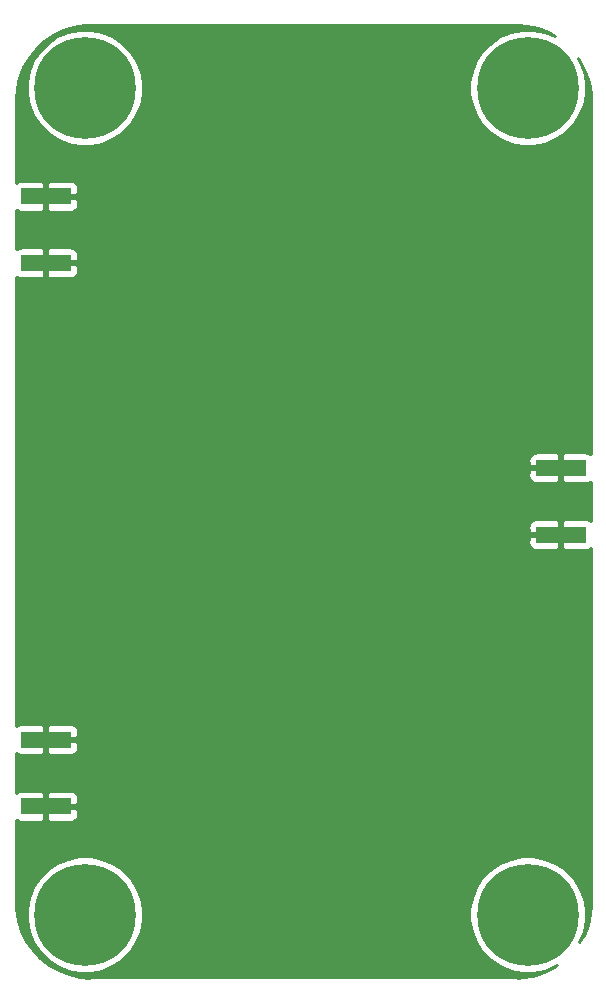
<source format=gbr>
%TF.GenerationSoftware,KiCad,Pcbnew,(5.1.6)-1*%
%TF.CreationDate,2020-10-09T05:33:10-04:00*%
%TF.ProjectId,RFID_PROJECT_PHASE-SHIFTER,52464944-5f50-4524-9f4a-4543545f5048,B*%
%TF.SameCoordinates,Original*%
%TF.FileFunction,Copper,L4,Bot*%
%TF.FilePolarity,Positive*%
%FSLAX46Y46*%
G04 Gerber Fmt 4.6, Leading zero omitted, Abs format (unit mm)*
G04 Created by KiCad (PCBNEW (5.1.6)-1) date 2020-10-09 05:33:10*
%MOMM*%
%LPD*%
G01*
G04 APERTURE LIST*
%TA.AperFunction,ComponentPad*%
%ADD10C,0.900000*%
%TD*%
%TA.AperFunction,ComponentPad*%
%ADD11C,8.600000*%
%TD*%
%TA.AperFunction,SMDPad,CuDef*%
%ADD12R,4.200000X1.350000*%
%TD*%
%TA.AperFunction,ViaPad*%
%ADD13C,1.000000*%
%TD*%
%TA.AperFunction,Conductor*%
%ADD14C,0.254000*%
%TD*%
G04 APERTURE END LIST*
D10*
%TO.P,H8,1*%
%TO.N,N/C*%
X173780419Y-125219581D03*
X171500000Y-124275000D03*
X169219581Y-125219581D03*
X168275000Y-127500000D03*
X169219581Y-129780419D03*
X171500000Y-130725000D03*
X173780419Y-129780419D03*
X174725000Y-127500000D03*
D11*
X171500000Y-127500000D03*
%TD*%
D10*
%TO.P,H7,1*%
%TO.N,N/C*%
X136280419Y-125219581D03*
X134000000Y-124275000D03*
X131719581Y-125219581D03*
X130775000Y-127500000D03*
X131719581Y-129780419D03*
X134000000Y-130725000D03*
X136280419Y-129780419D03*
X137225000Y-127500000D03*
D11*
X134000000Y-127500000D03*
%TD*%
D10*
%TO.P,H6,1*%
%TO.N,N/C*%
X173780419Y-55219581D03*
X171500000Y-54275000D03*
X169219581Y-55219581D03*
X168275000Y-57500000D03*
X169219581Y-59780419D03*
X171500000Y-60725000D03*
X173780419Y-59780419D03*
X174725000Y-57500000D03*
D11*
X171500000Y-57500000D03*
%TD*%
D10*
%TO.P,H5,1*%
%TO.N,N/C*%
X136280419Y-55219581D03*
X134000000Y-54275000D03*
X131719581Y-55219581D03*
X130775000Y-57500000D03*
X131719581Y-59780419D03*
X134000000Y-60725000D03*
X136280419Y-59780419D03*
X137225000Y-57500000D03*
D11*
X134000000Y-57500000D03*
%TD*%
D12*
%TO.P,J5,2*%
%TO.N,GND1*%
X130700000Y-66675000D03*
X130700000Y-72325000D03*
%TD*%
%TO.P,J6,2*%
%TO.N,GND1*%
X130700000Y-112675000D03*
X130700000Y-118325000D03*
%TD*%
%TO.P,J7,2*%
%TO.N,GND1*%
X174300000Y-89675000D03*
X174300000Y-95325000D03*
%TD*%
D13*
%TO.N,GND1*%
X138000000Y-62500000D03*
X166000000Y-61500000D03*
X166000000Y-122500000D03*
X138000000Y-122500000D03*
%TD*%
D14*
%TO.N,GND1*%
G36*
X134365717Y-52175088D02*
G01*
X134466353Y-52185000D01*
X170533647Y-52185000D01*
X170634283Y-52175088D01*
X170642993Y-52172446D01*
X171436842Y-52231439D01*
X172353106Y-52438769D01*
X173228657Y-52779252D01*
X173833589Y-53124999D01*
X172939486Y-52754650D01*
X171986055Y-52565000D01*
X171013945Y-52565000D01*
X170060514Y-52754650D01*
X169162401Y-53126660D01*
X168354121Y-53666735D01*
X167666735Y-54354121D01*
X167126660Y-55162401D01*
X166754650Y-56060514D01*
X166565000Y-57013945D01*
X166565000Y-57986055D01*
X166754650Y-58939486D01*
X167126660Y-59837599D01*
X167666735Y-60645879D01*
X168354121Y-61333265D01*
X169162401Y-61873340D01*
X170060514Y-62245350D01*
X171013945Y-62435000D01*
X171986055Y-62435000D01*
X172939486Y-62245350D01*
X173837599Y-61873340D01*
X174645879Y-61333265D01*
X175333265Y-60645879D01*
X175873340Y-59837599D01*
X176245350Y-58939486D01*
X176435000Y-57986055D01*
X176435000Y-57013945D01*
X176245350Y-56060514D01*
X175873340Y-55162401D01*
X175766929Y-55003146D01*
X175961160Y-55283129D01*
X176376659Y-56125677D01*
X176663054Y-57020376D01*
X176815689Y-57957579D01*
X176832427Y-58340946D01*
X176824912Y-58365718D01*
X176815000Y-58466354D01*
X176815000Y-88519119D01*
X176754494Y-88469463D01*
X176644180Y-88410498D01*
X176524482Y-88374188D01*
X176400000Y-88361928D01*
X174585750Y-88365000D01*
X174427000Y-88523750D01*
X174427000Y-89548000D01*
X174447000Y-89548000D01*
X174447000Y-89802000D01*
X174427000Y-89802000D01*
X174427000Y-90826250D01*
X174585750Y-90985000D01*
X176400000Y-90988072D01*
X176524482Y-90975812D01*
X176644180Y-90939502D01*
X176754494Y-90880537D01*
X176815000Y-90830881D01*
X176815001Y-94169119D01*
X176754494Y-94119463D01*
X176644180Y-94060498D01*
X176524482Y-94024188D01*
X176400000Y-94011928D01*
X174585750Y-94015000D01*
X174427000Y-94173750D01*
X174427000Y-95198000D01*
X174447000Y-95198000D01*
X174447000Y-95452000D01*
X174427000Y-95452000D01*
X174427000Y-96476250D01*
X174585750Y-96635000D01*
X176400000Y-96638072D01*
X176524482Y-96625812D01*
X176644180Y-96589502D01*
X176754494Y-96530537D01*
X176815001Y-96480881D01*
X176815001Y-126533647D01*
X176824913Y-126634283D01*
X176827554Y-126642990D01*
X176768561Y-127436841D01*
X176561231Y-128353106D01*
X176220748Y-129228657D01*
X175875001Y-129833589D01*
X176245350Y-128939486D01*
X176435000Y-127986055D01*
X176435000Y-127013945D01*
X176245350Y-126060514D01*
X175873340Y-125162401D01*
X175333265Y-124354121D01*
X174645879Y-123666735D01*
X173837599Y-123126660D01*
X172939486Y-122754650D01*
X171986055Y-122565000D01*
X171013945Y-122565000D01*
X170060514Y-122754650D01*
X169162401Y-123126660D01*
X168354121Y-123666735D01*
X167666735Y-124354121D01*
X167126660Y-125162401D01*
X166754650Y-126060514D01*
X166565000Y-127013945D01*
X166565000Y-127986055D01*
X166754650Y-128939486D01*
X167126660Y-129837599D01*
X167666735Y-130645879D01*
X168354121Y-131333265D01*
X169162401Y-131873340D01*
X170060514Y-132245350D01*
X171013945Y-132435000D01*
X171986055Y-132435000D01*
X172939486Y-132245350D01*
X173837599Y-131873340D01*
X173996837Y-131766940D01*
X173716871Y-131961160D01*
X172874323Y-132376659D01*
X171979624Y-132663054D01*
X171042414Y-132815689D01*
X170659055Y-132832427D01*
X170634283Y-132824912D01*
X170533647Y-132815000D01*
X134466353Y-132815000D01*
X134365717Y-132824912D01*
X134357007Y-132827554D01*
X133563159Y-132768561D01*
X132646894Y-132561231D01*
X131771343Y-132220748D01*
X130955735Y-131754590D01*
X130217986Y-131172995D01*
X129574311Y-130488749D01*
X129038840Y-129716871D01*
X128623341Y-128874323D01*
X128336946Y-127979624D01*
X128184311Y-127042414D01*
X128183069Y-127013945D01*
X129065000Y-127013945D01*
X129065000Y-127986055D01*
X129254650Y-128939486D01*
X129626660Y-129837599D01*
X130166735Y-130645879D01*
X130854121Y-131333265D01*
X131662401Y-131873340D01*
X132560514Y-132245350D01*
X133513945Y-132435000D01*
X134486055Y-132435000D01*
X135439486Y-132245350D01*
X136337599Y-131873340D01*
X137145879Y-131333265D01*
X137833265Y-130645879D01*
X138373340Y-129837599D01*
X138745350Y-128939486D01*
X138935000Y-127986055D01*
X138935000Y-127013945D01*
X138745350Y-126060514D01*
X138373340Y-125162401D01*
X137833265Y-124354121D01*
X137145879Y-123666735D01*
X136337599Y-123126660D01*
X135439486Y-122754650D01*
X134486055Y-122565000D01*
X133513945Y-122565000D01*
X132560514Y-122754650D01*
X131662401Y-123126660D01*
X130854121Y-123666735D01*
X130166735Y-124354121D01*
X129626660Y-125162401D01*
X129254650Y-126060514D01*
X129065000Y-127013945D01*
X128183069Y-127013945D01*
X128167573Y-126659055D01*
X128175088Y-126634283D01*
X128185000Y-126533647D01*
X128185000Y-119480881D01*
X128245506Y-119530537D01*
X128355820Y-119589502D01*
X128475518Y-119625812D01*
X128600000Y-119638072D01*
X130414250Y-119635000D01*
X130573000Y-119476250D01*
X130573000Y-118452000D01*
X130827000Y-118452000D01*
X130827000Y-119476250D01*
X130985750Y-119635000D01*
X132800000Y-119638072D01*
X132924482Y-119625812D01*
X133044180Y-119589502D01*
X133154494Y-119530537D01*
X133251185Y-119451185D01*
X133330537Y-119354494D01*
X133389502Y-119244180D01*
X133425812Y-119124482D01*
X133438072Y-119000000D01*
X133435000Y-118610750D01*
X133276250Y-118452000D01*
X130827000Y-118452000D01*
X130573000Y-118452000D01*
X130553000Y-118452000D01*
X130553000Y-118198000D01*
X130573000Y-118198000D01*
X130573000Y-117173750D01*
X130827000Y-117173750D01*
X130827000Y-118198000D01*
X133276250Y-118198000D01*
X133435000Y-118039250D01*
X133438072Y-117650000D01*
X133425812Y-117525518D01*
X133389502Y-117405820D01*
X133330537Y-117295506D01*
X133251185Y-117198815D01*
X133154494Y-117119463D01*
X133044180Y-117060498D01*
X132924482Y-117024188D01*
X132800000Y-117011928D01*
X130985750Y-117015000D01*
X130827000Y-117173750D01*
X130573000Y-117173750D01*
X130414250Y-117015000D01*
X128600000Y-117011928D01*
X128475518Y-117024188D01*
X128355820Y-117060498D01*
X128245506Y-117119463D01*
X128185000Y-117169119D01*
X128185000Y-113830881D01*
X128245506Y-113880537D01*
X128355820Y-113939502D01*
X128475518Y-113975812D01*
X128600000Y-113988072D01*
X130414250Y-113985000D01*
X130573000Y-113826250D01*
X130573000Y-112802000D01*
X130827000Y-112802000D01*
X130827000Y-113826250D01*
X130985750Y-113985000D01*
X132800000Y-113988072D01*
X132924482Y-113975812D01*
X133044180Y-113939502D01*
X133154494Y-113880537D01*
X133251185Y-113801185D01*
X133330537Y-113704494D01*
X133389502Y-113594180D01*
X133425812Y-113474482D01*
X133438072Y-113350000D01*
X133435000Y-112960750D01*
X133276250Y-112802000D01*
X130827000Y-112802000D01*
X130573000Y-112802000D01*
X130553000Y-112802000D01*
X130553000Y-112548000D01*
X130573000Y-112548000D01*
X130573000Y-111523750D01*
X130827000Y-111523750D01*
X130827000Y-112548000D01*
X133276250Y-112548000D01*
X133435000Y-112389250D01*
X133438072Y-112000000D01*
X133425812Y-111875518D01*
X133389502Y-111755820D01*
X133330537Y-111645506D01*
X133251185Y-111548815D01*
X133154494Y-111469463D01*
X133044180Y-111410498D01*
X132924482Y-111374188D01*
X132800000Y-111361928D01*
X130985750Y-111365000D01*
X130827000Y-111523750D01*
X130573000Y-111523750D01*
X130414250Y-111365000D01*
X128600000Y-111361928D01*
X128475518Y-111374188D01*
X128355820Y-111410498D01*
X128245506Y-111469463D01*
X128185000Y-111519119D01*
X128185000Y-96000000D01*
X171561928Y-96000000D01*
X171574188Y-96124482D01*
X171610498Y-96244180D01*
X171669463Y-96354494D01*
X171748815Y-96451185D01*
X171845506Y-96530537D01*
X171955820Y-96589502D01*
X172075518Y-96625812D01*
X172200000Y-96638072D01*
X174014250Y-96635000D01*
X174173000Y-96476250D01*
X174173000Y-95452000D01*
X171723750Y-95452000D01*
X171565000Y-95610750D01*
X171561928Y-96000000D01*
X128185000Y-96000000D01*
X128185000Y-94650000D01*
X171561928Y-94650000D01*
X171565000Y-95039250D01*
X171723750Y-95198000D01*
X174173000Y-95198000D01*
X174173000Y-94173750D01*
X174014250Y-94015000D01*
X172200000Y-94011928D01*
X172075518Y-94024188D01*
X171955820Y-94060498D01*
X171845506Y-94119463D01*
X171748815Y-94198815D01*
X171669463Y-94295506D01*
X171610498Y-94405820D01*
X171574188Y-94525518D01*
X171561928Y-94650000D01*
X128185000Y-94650000D01*
X128185000Y-90350000D01*
X171561928Y-90350000D01*
X171574188Y-90474482D01*
X171610498Y-90594180D01*
X171669463Y-90704494D01*
X171748815Y-90801185D01*
X171845506Y-90880537D01*
X171955820Y-90939502D01*
X172075518Y-90975812D01*
X172200000Y-90988072D01*
X174014250Y-90985000D01*
X174173000Y-90826250D01*
X174173000Y-89802000D01*
X171723750Y-89802000D01*
X171565000Y-89960750D01*
X171561928Y-90350000D01*
X128185000Y-90350000D01*
X128185000Y-89000000D01*
X171561928Y-89000000D01*
X171565000Y-89389250D01*
X171723750Y-89548000D01*
X174173000Y-89548000D01*
X174173000Y-88523750D01*
X174014250Y-88365000D01*
X172200000Y-88361928D01*
X172075518Y-88374188D01*
X171955820Y-88410498D01*
X171845506Y-88469463D01*
X171748815Y-88548815D01*
X171669463Y-88645506D01*
X171610498Y-88755820D01*
X171574188Y-88875518D01*
X171561928Y-89000000D01*
X128185000Y-89000000D01*
X128185000Y-73480881D01*
X128245506Y-73530537D01*
X128355820Y-73589502D01*
X128475518Y-73625812D01*
X128600000Y-73638072D01*
X130414250Y-73635000D01*
X130573000Y-73476250D01*
X130573000Y-72452000D01*
X130827000Y-72452000D01*
X130827000Y-73476250D01*
X130985750Y-73635000D01*
X132800000Y-73638072D01*
X132924482Y-73625812D01*
X133044180Y-73589502D01*
X133154494Y-73530537D01*
X133251185Y-73451185D01*
X133330537Y-73354494D01*
X133389502Y-73244180D01*
X133425812Y-73124482D01*
X133438072Y-73000000D01*
X133435000Y-72610750D01*
X133276250Y-72452000D01*
X130827000Y-72452000D01*
X130573000Y-72452000D01*
X130553000Y-72452000D01*
X130553000Y-72198000D01*
X130573000Y-72198000D01*
X130573000Y-71173750D01*
X130827000Y-71173750D01*
X130827000Y-72198000D01*
X133276250Y-72198000D01*
X133435000Y-72039250D01*
X133438072Y-71650000D01*
X133425812Y-71525518D01*
X133389502Y-71405820D01*
X133330537Y-71295506D01*
X133251185Y-71198815D01*
X133154494Y-71119463D01*
X133044180Y-71060498D01*
X132924482Y-71024188D01*
X132800000Y-71011928D01*
X130985750Y-71015000D01*
X130827000Y-71173750D01*
X130573000Y-71173750D01*
X130414250Y-71015000D01*
X128600000Y-71011928D01*
X128475518Y-71024188D01*
X128355820Y-71060498D01*
X128245506Y-71119463D01*
X128185000Y-71169119D01*
X128185000Y-67830881D01*
X128245506Y-67880537D01*
X128355820Y-67939502D01*
X128475518Y-67975812D01*
X128600000Y-67988072D01*
X130414250Y-67985000D01*
X130573000Y-67826250D01*
X130573000Y-66802000D01*
X130827000Y-66802000D01*
X130827000Y-67826250D01*
X130985750Y-67985000D01*
X132800000Y-67988072D01*
X132924482Y-67975812D01*
X133044180Y-67939502D01*
X133154494Y-67880537D01*
X133251185Y-67801185D01*
X133330537Y-67704494D01*
X133389502Y-67594180D01*
X133425812Y-67474482D01*
X133438072Y-67350000D01*
X133435000Y-66960750D01*
X133276250Y-66802000D01*
X130827000Y-66802000D01*
X130573000Y-66802000D01*
X130553000Y-66802000D01*
X130553000Y-66548000D01*
X130573000Y-66548000D01*
X130573000Y-65523750D01*
X130827000Y-65523750D01*
X130827000Y-66548000D01*
X133276250Y-66548000D01*
X133435000Y-66389250D01*
X133438072Y-66000000D01*
X133425812Y-65875518D01*
X133389502Y-65755820D01*
X133330537Y-65645506D01*
X133251185Y-65548815D01*
X133154494Y-65469463D01*
X133044180Y-65410498D01*
X132924482Y-65374188D01*
X132800000Y-65361928D01*
X130985750Y-65365000D01*
X130827000Y-65523750D01*
X130573000Y-65523750D01*
X130414250Y-65365000D01*
X128600000Y-65361928D01*
X128475518Y-65374188D01*
X128355820Y-65410498D01*
X128245506Y-65469463D01*
X128185000Y-65519119D01*
X128185000Y-58466353D01*
X128175088Y-58365717D01*
X128172446Y-58357007D01*
X128231439Y-57563158D01*
X128355713Y-57013945D01*
X129065000Y-57013945D01*
X129065000Y-57986055D01*
X129254650Y-58939486D01*
X129626660Y-59837599D01*
X130166735Y-60645879D01*
X130854121Y-61333265D01*
X131662401Y-61873340D01*
X132560514Y-62245350D01*
X133513945Y-62435000D01*
X134486055Y-62435000D01*
X135439486Y-62245350D01*
X136337599Y-61873340D01*
X137145879Y-61333265D01*
X137833265Y-60645879D01*
X138373340Y-59837599D01*
X138745350Y-58939486D01*
X138935000Y-57986055D01*
X138935000Y-57013945D01*
X138745350Y-56060514D01*
X138373340Y-55162401D01*
X137833265Y-54354121D01*
X137145879Y-53666735D01*
X136337599Y-53126660D01*
X135439486Y-52754650D01*
X134486055Y-52565000D01*
X133513945Y-52565000D01*
X132560514Y-52754650D01*
X131662401Y-53126660D01*
X130854121Y-53666735D01*
X130166735Y-54354121D01*
X129626660Y-55162401D01*
X129254650Y-56060514D01*
X129065000Y-57013945D01*
X128355713Y-57013945D01*
X128438769Y-56646894D01*
X128779252Y-55771343D01*
X129245410Y-54955735D01*
X129827005Y-54217986D01*
X130511251Y-53574311D01*
X131283129Y-53038840D01*
X132125677Y-52623341D01*
X133020376Y-52336946D01*
X133957579Y-52184311D01*
X134340945Y-52167573D01*
X134365717Y-52175088D01*
G37*
X134365717Y-52175088D02*
X134466353Y-52185000D01*
X170533647Y-52185000D01*
X170634283Y-52175088D01*
X170642993Y-52172446D01*
X171436842Y-52231439D01*
X172353106Y-52438769D01*
X173228657Y-52779252D01*
X173833589Y-53124999D01*
X172939486Y-52754650D01*
X171986055Y-52565000D01*
X171013945Y-52565000D01*
X170060514Y-52754650D01*
X169162401Y-53126660D01*
X168354121Y-53666735D01*
X167666735Y-54354121D01*
X167126660Y-55162401D01*
X166754650Y-56060514D01*
X166565000Y-57013945D01*
X166565000Y-57986055D01*
X166754650Y-58939486D01*
X167126660Y-59837599D01*
X167666735Y-60645879D01*
X168354121Y-61333265D01*
X169162401Y-61873340D01*
X170060514Y-62245350D01*
X171013945Y-62435000D01*
X171986055Y-62435000D01*
X172939486Y-62245350D01*
X173837599Y-61873340D01*
X174645879Y-61333265D01*
X175333265Y-60645879D01*
X175873340Y-59837599D01*
X176245350Y-58939486D01*
X176435000Y-57986055D01*
X176435000Y-57013945D01*
X176245350Y-56060514D01*
X175873340Y-55162401D01*
X175766929Y-55003146D01*
X175961160Y-55283129D01*
X176376659Y-56125677D01*
X176663054Y-57020376D01*
X176815689Y-57957579D01*
X176832427Y-58340946D01*
X176824912Y-58365718D01*
X176815000Y-58466354D01*
X176815000Y-88519119D01*
X176754494Y-88469463D01*
X176644180Y-88410498D01*
X176524482Y-88374188D01*
X176400000Y-88361928D01*
X174585750Y-88365000D01*
X174427000Y-88523750D01*
X174427000Y-89548000D01*
X174447000Y-89548000D01*
X174447000Y-89802000D01*
X174427000Y-89802000D01*
X174427000Y-90826250D01*
X174585750Y-90985000D01*
X176400000Y-90988072D01*
X176524482Y-90975812D01*
X176644180Y-90939502D01*
X176754494Y-90880537D01*
X176815000Y-90830881D01*
X176815001Y-94169119D01*
X176754494Y-94119463D01*
X176644180Y-94060498D01*
X176524482Y-94024188D01*
X176400000Y-94011928D01*
X174585750Y-94015000D01*
X174427000Y-94173750D01*
X174427000Y-95198000D01*
X174447000Y-95198000D01*
X174447000Y-95452000D01*
X174427000Y-95452000D01*
X174427000Y-96476250D01*
X174585750Y-96635000D01*
X176400000Y-96638072D01*
X176524482Y-96625812D01*
X176644180Y-96589502D01*
X176754494Y-96530537D01*
X176815001Y-96480881D01*
X176815001Y-126533647D01*
X176824913Y-126634283D01*
X176827554Y-126642990D01*
X176768561Y-127436841D01*
X176561231Y-128353106D01*
X176220748Y-129228657D01*
X175875001Y-129833589D01*
X176245350Y-128939486D01*
X176435000Y-127986055D01*
X176435000Y-127013945D01*
X176245350Y-126060514D01*
X175873340Y-125162401D01*
X175333265Y-124354121D01*
X174645879Y-123666735D01*
X173837599Y-123126660D01*
X172939486Y-122754650D01*
X171986055Y-122565000D01*
X171013945Y-122565000D01*
X170060514Y-122754650D01*
X169162401Y-123126660D01*
X168354121Y-123666735D01*
X167666735Y-124354121D01*
X167126660Y-125162401D01*
X166754650Y-126060514D01*
X166565000Y-127013945D01*
X166565000Y-127986055D01*
X166754650Y-128939486D01*
X167126660Y-129837599D01*
X167666735Y-130645879D01*
X168354121Y-131333265D01*
X169162401Y-131873340D01*
X170060514Y-132245350D01*
X171013945Y-132435000D01*
X171986055Y-132435000D01*
X172939486Y-132245350D01*
X173837599Y-131873340D01*
X173996837Y-131766940D01*
X173716871Y-131961160D01*
X172874323Y-132376659D01*
X171979624Y-132663054D01*
X171042414Y-132815689D01*
X170659055Y-132832427D01*
X170634283Y-132824912D01*
X170533647Y-132815000D01*
X134466353Y-132815000D01*
X134365717Y-132824912D01*
X134357007Y-132827554D01*
X133563159Y-132768561D01*
X132646894Y-132561231D01*
X131771343Y-132220748D01*
X130955735Y-131754590D01*
X130217986Y-131172995D01*
X129574311Y-130488749D01*
X129038840Y-129716871D01*
X128623341Y-128874323D01*
X128336946Y-127979624D01*
X128184311Y-127042414D01*
X128183069Y-127013945D01*
X129065000Y-127013945D01*
X129065000Y-127986055D01*
X129254650Y-128939486D01*
X129626660Y-129837599D01*
X130166735Y-130645879D01*
X130854121Y-131333265D01*
X131662401Y-131873340D01*
X132560514Y-132245350D01*
X133513945Y-132435000D01*
X134486055Y-132435000D01*
X135439486Y-132245350D01*
X136337599Y-131873340D01*
X137145879Y-131333265D01*
X137833265Y-130645879D01*
X138373340Y-129837599D01*
X138745350Y-128939486D01*
X138935000Y-127986055D01*
X138935000Y-127013945D01*
X138745350Y-126060514D01*
X138373340Y-125162401D01*
X137833265Y-124354121D01*
X137145879Y-123666735D01*
X136337599Y-123126660D01*
X135439486Y-122754650D01*
X134486055Y-122565000D01*
X133513945Y-122565000D01*
X132560514Y-122754650D01*
X131662401Y-123126660D01*
X130854121Y-123666735D01*
X130166735Y-124354121D01*
X129626660Y-125162401D01*
X129254650Y-126060514D01*
X129065000Y-127013945D01*
X128183069Y-127013945D01*
X128167573Y-126659055D01*
X128175088Y-126634283D01*
X128185000Y-126533647D01*
X128185000Y-119480881D01*
X128245506Y-119530537D01*
X128355820Y-119589502D01*
X128475518Y-119625812D01*
X128600000Y-119638072D01*
X130414250Y-119635000D01*
X130573000Y-119476250D01*
X130573000Y-118452000D01*
X130827000Y-118452000D01*
X130827000Y-119476250D01*
X130985750Y-119635000D01*
X132800000Y-119638072D01*
X132924482Y-119625812D01*
X133044180Y-119589502D01*
X133154494Y-119530537D01*
X133251185Y-119451185D01*
X133330537Y-119354494D01*
X133389502Y-119244180D01*
X133425812Y-119124482D01*
X133438072Y-119000000D01*
X133435000Y-118610750D01*
X133276250Y-118452000D01*
X130827000Y-118452000D01*
X130573000Y-118452000D01*
X130553000Y-118452000D01*
X130553000Y-118198000D01*
X130573000Y-118198000D01*
X130573000Y-117173750D01*
X130827000Y-117173750D01*
X130827000Y-118198000D01*
X133276250Y-118198000D01*
X133435000Y-118039250D01*
X133438072Y-117650000D01*
X133425812Y-117525518D01*
X133389502Y-117405820D01*
X133330537Y-117295506D01*
X133251185Y-117198815D01*
X133154494Y-117119463D01*
X133044180Y-117060498D01*
X132924482Y-117024188D01*
X132800000Y-117011928D01*
X130985750Y-117015000D01*
X130827000Y-117173750D01*
X130573000Y-117173750D01*
X130414250Y-117015000D01*
X128600000Y-117011928D01*
X128475518Y-117024188D01*
X128355820Y-117060498D01*
X128245506Y-117119463D01*
X128185000Y-117169119D01*
X128185000Y-113830881D01*
X128245506Y-113880537D01*
X128355820Y-113939502D01*
X128475518Y-113975812D01*
X128600000Y-113988072D01*
X130414250Y-113985000D01*
X130573000Y-113826250D01*
X130573000Y-112802000D01*
X130827000Y-112802000D01*
X130827000Y-113826250D01*
X130985750Y-113985000D01*
X132800000Y-113988072D01*
X132924482Y-113975812D01*
X133044180Y-113939502D01*
X133154494Y-113880537D01*
X133251185Y-113801185D01*
X133330537Y-113704494D01*
X133389502Y-113594180D01*
X133425812Y-113474482D01*
X133438072Y-113350000D01*
X133435000Y-112960750D01*
X133276250Y-112802000D01*
X130827000Y-112802000D01*
X130573000Y-112802000D01*
X130553000Y-112802000D01*
X130553000Y-112548000D01*
X130573000Y-112548000D01*
X130573000Y-111523750D01*
X130827000Y-111523750D01*
X130827000Y-112548000D01*
X133276250Y-112548000D01*
X133435000Y-112389250D01*
X133438072Y-112000000D01*
X133425812Y-111875518D01*
X133389502Y-111755820D01*
X133330537Y-111645506D01*
X133251185Y-111548815D01*
X133154494Y-111469463D01*
X133044180Y-111410498D01*
X132924482Y-111374188D01*
X132800000Y-111361928D01*
X130985750Y-111365000D01*
X130827000Y-111523750D01*
X130573000Y-111523750D01*
X130414250Y-111365000D01*
X128600000Y-111361928D01*
X128475518Y-111374188D01*
X128355820Y-111410498D01*
X128245506Y-111469463D01*
X128185000Y-111519119D01*
X128185000Y-96000000D01*
X171561928Y-96000000D01*
X171574188Y-96124482D01*
X171610498Y-96244180D01*
X171669463Y-96354494D01*
X171748815Y-96451185D01*
X171845506Y-96530537D01*
X171955820Y-96589502D01*
X172075518Y-96625812D01*
X172200000Y-96638072D01*
X174014250Y-96635000D01*
X174173000Y-96476250D01*
X174173000Y-95452000D01*
X171723750Y-95452000D01*
X171565000Y-95610750D01*
X171561928Y-96000000D01*
X128185000Y-96000000D01*
X128185000Y-94650000D01*
X171561928Y-94650000D01*
X171565000Y-95039250D01*
X171723750Y-95198000D01*
X174173000Y-95198000D01*
X174173000Y-94173750D01*
X174014250Y-94015000D01*
X172200000Y-94011928D01*
X172075518Y-94024188D01*
X171955820Y-94060498D01*
X171845506Y-94119463D01*
X171748815Y-94198815D01*
X171669463Y-94295506D01*
X171610498Y-94405820D01*
X171574188Y-94525518D01*
X171561928Y-94650000D01*
X128185000Y-94650000D01*
X128185000Y-90350000D01*
X171561928Y-90350000D01*
X171574188Y-90474482D01*
X171610498Y-90594180D01*
X171669463Y-90704494D01*
X171748815Y-90801185D01*
X171845506Y-90880537D01*
X171955820Y-90939502D01*
X172075518Y-90975812D01*
X172200000Y-90988072D01*
X174014250Y-90985000D01*
X174173000Y-90826250D01*
X174173000Y-89802000D01*
X171723750Y-89802000D01*
X171565000Y-89960750D01*
X171561928Y-90350000D01*
X128185000Y-90350000D01*
X128185000Y-89000000D01*
X171561928Y-89000000D01*
X171565000Y-89389250D01*
X171723750Y-89548000D01*
X174173000Y-89548000D01*
X174173000Y-88523750D01*
X174014250Y-88365000D01*
X172200000Y-88361928D01*
X172075518Y-88374188D01*
X171955820Y-88410498D01*
X171845506Y-88469463D01*
X171748815Y-88548815D01*
X171669463Y-88645506D01*
X171610498Y-88755820D01*
X171574188Y-88875518D01*
X171561928Y-89000000D01*
X128185000Y-89000000D01*
X128185000Y-73480881D01*
X128245506Y-73530537D01*
X128355820Y-73589502D01*
X128475518Y-73625812D01*
X128600000Y-73638072D01*
X130414250Y-73635000D01*
X130573000Y-73476250D01*
X130573000Y-72452000D01*
X130827000Y-72452000D01*
X130827000Y-73476250D01*
X130985750Y-73635000D01*
X132800000Y-73638072D01*
X132924482Y-73625812D01*
X133044180Y-73589502D01*
X133154494Y-73530537D01*
X133251185Y-73451185D01*
X133330537Y-73354494D01*
X133389502Y-73244180D01*
X133425812Y-73124482D01*
X133438072Y-73000000D01*
X133435000Y-72610750D01*
X133276250Y-72452000D01*
X130827000Y-72452000D01*
X130573000Y-72452000D01*
X130553000Y-72452000D01*
X130553000Y-72198000D01*
X130573000Y-72198000D01*
X130573000Y-71173750D01*
X130827000Y-71173750D01*
X130827000Y-72198000D01*
X133276250Y-72198000D01*
X133435000Y-72039250D01*
X133438072Y-71650000D01*
X133425812Y-71525518D01*
X133389502Y-71405820D01*
X133330537Y-71295506D01*
X133251185Y-71198815D01*
X133154494Y-71119463D01*
X133044180Y-71060498D01*
X132924482Y-71024188D01*
X132800000Y-71011928D01*
X130985750Y-71015000D01*
X130827000Y-71173750D01*
X130573000Y-71173750D01*
X130414250Y-71015000D01*
X128600000Y-71011928D01*
X128475518Y-71024188D01*
X128355820Y-71060498D01*
X128245506Y-71119463D01*
X128185000Y-71169119D01*
X128185000Y-67830881D01*
X128245506Y-67880537D01*
X128355820Y-67939502D01*
X128475518Y-67975812D01*
X128600000Y-67988072D01*
X130414250Y-67985000D01*
X130573000Y-67826250D01*
X130573000Y-66802000D01*
X130827000Y-66802000D01*
X130827000Y-67826250D01*
X130985750Y-67985000D01*
X132800000Y-67988072D01*
X132924482Y-67975812D01*
X133044180Y-67939502D01*
X133154494Y-67880537D01*
X133251185Y-67801185D01*
X133330537Y-67704494D01*
X133389502Y-67594180D01*
X133425812Y-67474482D01*
X133438072Y-67350000D01*
X133435000Y-66960750D01*
X133276250Y-66802000D01*
X130827000Y-66802000D01*
X130573000Y-66802000D01*
X130553000Y-66802000D01*
X130553000Y-66548000D01*
X130573000Y-66548000D01*
X130573000Y-65523750D01*
X130827000Y-65523750D01*
X130827000Y-66548000D01*
X133276250Y-66548000D01*
X133435000Y-66389250D01*
X133438072Y-66000000D01*
X133425812Y-65875518D01*
X133389502Y-65755820D01*
X133330537Y-65645506D01*
X133251185Y-65548815D01*
X133154494Y-65469463D01*
X133044180Y-65410498D01*
X132924482Y-65374188D01*
X132800000Y-65361928D01*
X130985750Y-65365000D01*
X130827000Y-65523750D01*
X130573000Y-65523750D01*
X130414250Y-65365000D01*
X128600000Y-65361928D01*
X128475518Y-65374188D01*
X128355820Y-65410498D01*
X128245506Y-65469463D01*
X128185000Y-65519119D01*
X128185000Y-58466353D01*
X128175088Y-58365717D01*
X128172446Y-58357007D01*
X128231439Y-57563158D01*
X128355713Y-57013945D01*
X129065000Y-57013945D01*
X129065000Y-57986055D01*
X129254650Y-58939486D01*
X129626660Y-59837599D01*
X130166735Y-60645879D01*
X130854121Y-61333265D01*
X131662401Y-61873340D01*
X132560514Y-62245350D01*
X133513945Y-62435000D01*
X134486055Y-62435000D01*
X135439486Y-62245350D01*
X136337599Y-61873340D01*
X137145879Y-61333265D01*
X137833265Y-60645879D01*
X138373340Y-59837599D01*
X138745350Y-58939486D01*
X138935000Y-57986055D01*
X138935000Y-57013945D01*
X138745350Y-56060514D01*
X138373340Y-55162401D01*
X137833265Y-54354121D01*
X137145879Y-53666735D01*
X136337599Y-53126660D01*
X135439486Y-52754650D01*
X134486055Y-52565000D01*
X133513945Y-52565000D01*
X132560514Y-52754650D01*
X131662401Y-53126660D01*
X130854121Y-53666735D01*
X130166735Y-54354121D01*
X129626660Y-55162401D01*
X129254650Y-56060514D01*
X129065000Y-57013945D01*
X128355713Y-57013945D01*
X128438769Y-56646894D01*
X128779252Y-55771343D01*
X129245410Y-54955735D01*
X129827005Y-54217986D01*
X130511251Y-53574311D01*
X131283129Y-53038840D01*
X132125677Y-52623341D01*
X133020376Y-52336946D01*
X133957579Y-52184311D01*
X134340945Y-52167573D01*
X134365717Y-52175088D01*
%TD*%
M02*

</source>
